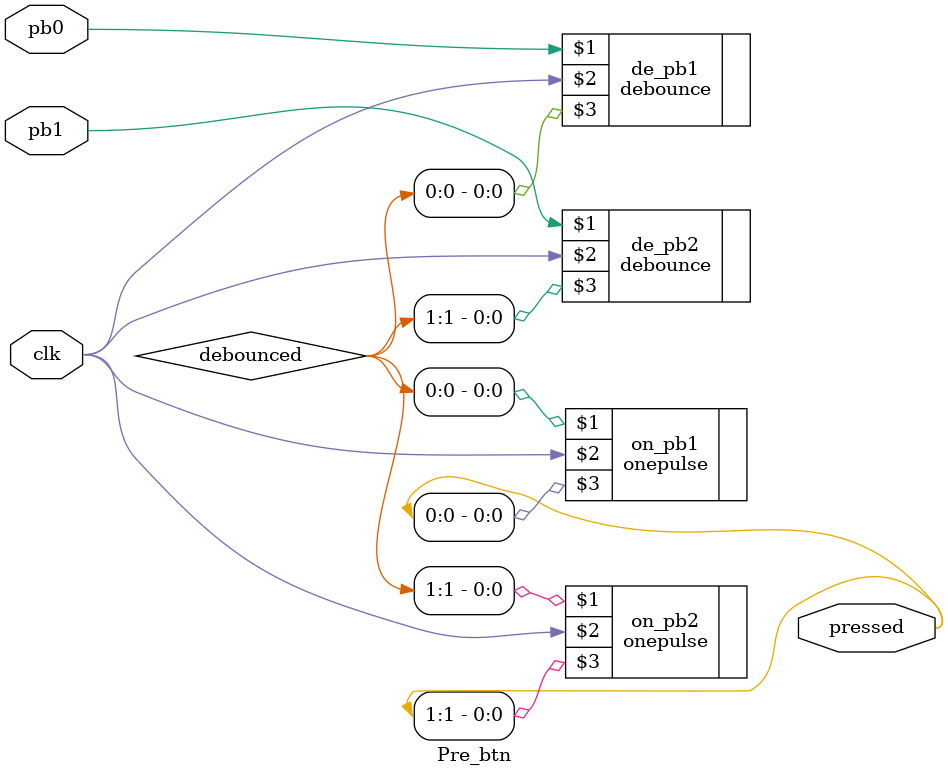
<source format=v>
`timescale 1ns / 1ps
module Pre_btn(clk,pb0,pb1,pressed);
	input clk;
	input pb0,pb1;
	output [1:0]pressed;
	// the debounce and onepulse of the push buttoms
	wire [4:0]debounced;
	debounce de_pb1(pb0,clk, debounced[0]),
				de_pb2(pb1,clk, debounced[1]);
	onepulse on_pb1(debounced[0], clk, pressed[0]), //exit
				on_pb2(debounced[1], clk, pressed[1]); //entry
endmodule

</source>
